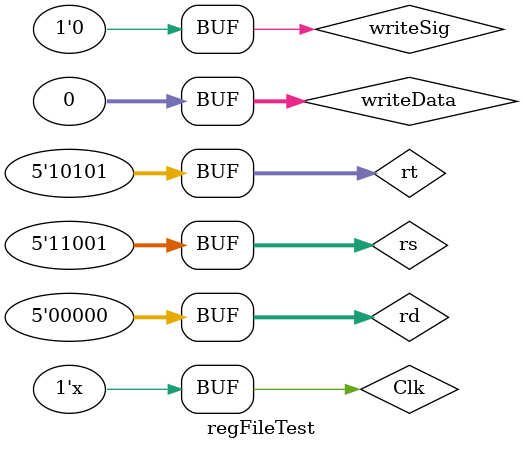
<source format=v>
`timescale 1ns / 1ps


module regFileTest;

	// Inputs
	reg [4:0] rs;
	reg [4:0] rt;
	reg [4:0] rd;
	reg writeSig;
	reg Clk;
	reg [31:0] writeData;

	// Outputs
	wire [31:0] sourceReg;
	wire [31:0] secondaryReg;

	// Instantiate the Unit Under Test (UUT)
	registerFile uut (
		.rs(rs), 
		.rt(rt), 
		.rd(rd), 
		.writeSig(writeSig), 
		.Clk(Clk), 
		.writeData(writeData), 
		.sourceReg(sourceReg), 
		.secondaryReg(secondaryReg)
	);

	initial begin
		// Initialize Inputs
		rs = 5;
		rt = 31;
		rd = 0;
		writeSig = 0;
		Clk = 0;
		writeData = 0;

		// Wait 100 ns for global reset to finish
		#100;
        
		// Add stimulus here


		rs = 27;
		rt = 0;
		rd = 8;
		writeSig = 1;
		writeData = 456;
		#100;
		rs = 8;
		rt = 7;
		rd = 0;
		writeSig = 1;
		writeData = 88888;
		#100;
		rs = 25;
		rt = 21;
		rd = 0;
		writeSig = 0;
		writeData = 0;
		#100;
	end
   always #100 Clk = ~Clk;
endmodule


</source>
